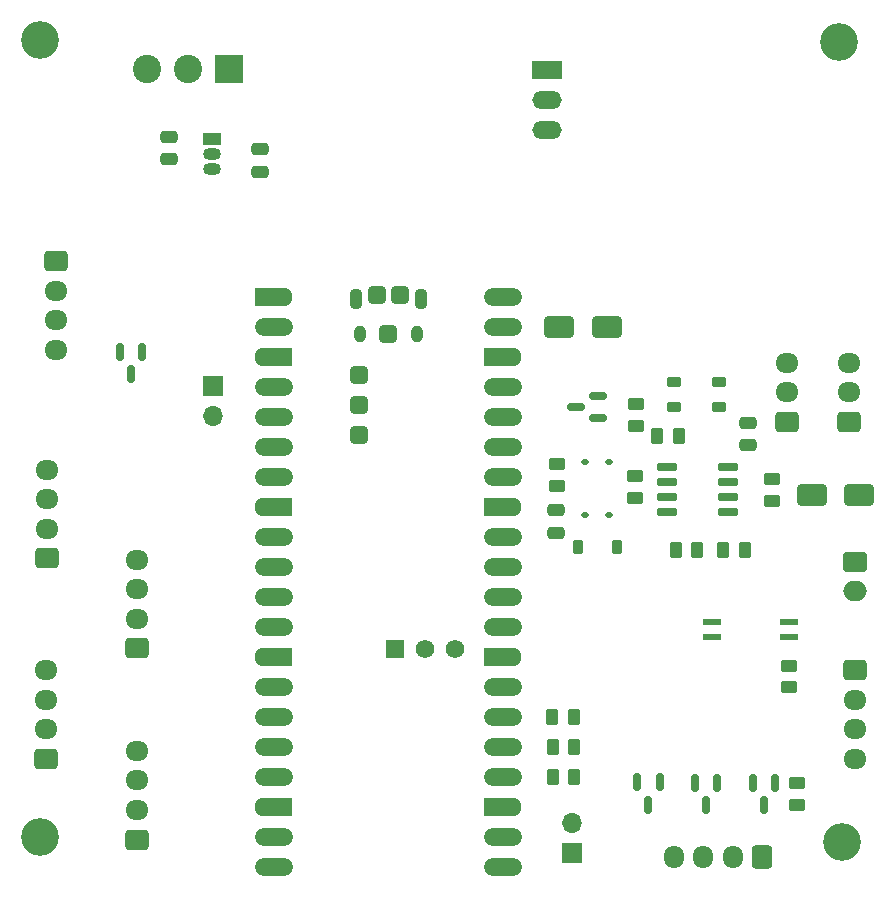
<source format=gbr>
%TF.GenerationSoftware,KiCad,Pcbnew,7.0.9*%
%TF.CreationDate,2023-12-26T12:13:05+08:00*%
%TF.ProjectId,amp_controller,616d705f-636f-46e7-9472-6f6c6c65722e,rev?*%
%TF.SameCoordinates,Original*%
%TF.FileFunction,Soldermask,Top*%
%TF.FilePolarity,Negative*%
%FSLAX46Y46*%
G04 Gerber Fmt 4.6, Leading zero omitted, Abs format (unit mm)*
G04 Created by KiCad (PCBNEW 7.0.9) date 2023-12-26 12:13:05*
%MOMM*%
%LPD*%
G01*
G04 APERTURE LIST*
G04 Aperture macros list*
%AMRoundRect*
0 Rectangle with rounded corners*
0 $1 Rounding radius*
0 $2 $3 $4 $5 $6 $7 $8 $9 X,Y pos of 4 corners*
0 Add a 4 corners polygon primitive as box body*
4,1,4,$2,$3,$4,$5,$6,$7,$8,$9,$2,$3,0*
0 Add four circle primitives for the rounded corners*
1,1,$1+$1,$2,$3*
1,1,$1+$1,$4,$5*
1,1,$1+$1,$6,$7*
1,1,$1+$1,$8,$9*
0 Add four rect primitives between the rounded corners*
20,1,$1+$1,$2,$3,$4,$5,0*
20,1,$1+$1,$4,$5,$6,$7,0*
20,1,$1+$1,$6,$7,$8,$9,0*
20,1,$1+$1,$8,$9,$2,$3,0*%
%AMFreePoly0*
4,1,28,0.178017,0.779942,0.347107,0.720775,0.498792,0.625465,0.625465,0.498792,0.720775,0.347107,0.779942,0.178017,0.800000,0.000000,0.779942,-0.178017,0.720775,-0.347107,0.625465,-0.498792,0.498792,-0.625465,0.347107,-0.720775,0.178017,-0.779942,0.000000,-0.800000,-2.200000,-0.800000,-2.205014,-0.794986,-2.244504,-0.794986,-2.324698,-0.756366,-2.380194,-0.686777,-2.400000,-0.600000,
-2.400000,0.600000,-2.380194,0.686777,-2.324698,0.756366,-2.244504,0.794986,-2.205014,0.794986,-2.200000,0.800000,0.000000,0.800000,0.178017,0.779942,0.178017,0.779942,$1*%
%AMFreePoly1*
4,1,29,0.605014,0.794986,0.644504,0.794986,0.724698,0.756366,0.780194,0.686777,0.800000,0.600000,0.800000,-0.600000,0.780194,-0.686777,0.724698,-0.756366,0.644504,-0.794986,0.605014,-0.794986,0.600000,-0.800000,0.000000,-0.800000,-1.600000,-0.800000,-1.778017,-0.779942,-1.947107,-0.720775,-2.098792,-0.625465,-2.225465,-0.498792,-2.320775,-0.347107,-2.379942,-0.178017,-2.400000,0.000000,
-2.379942,0.178017,-2.320775,0.347107,-2.225465,0.498792,-2.098792,0.625465,-1.947107,0.720775,-1.778017,0.779942,-1.600000,0.800000,0.600000,0.800000,0.605014,0.794986,0.605014,0.794986,$1*%
%AMFreePoly2*
4,1,29,1.778017,0.779942,1.947107,0.720775,2.098792,0.625465,2.225465,0.498792,2.320775,0.347107,2.379942,0.178017,2.400000,0.000000,2.379942,-0.178017,2.320775,-0.347107,2.225465,-0.498792,2.098792,-0.625465,1.947107,-0.720775,1.778017,-0.779942,1.600000,-0.800000,0.000000,-0.800000,-0.600000,-0.800000,-0.605014,-0.794986,-0.644504,-0.794986,-0.724698,-0.756366,-0.780194,-0.686777,
-0.800000,-0.600000,-0.800000,0.600000,-0.780194,0.686777,-0.724698,0.756366,-0.644504,0.794986,-0.605014,0.794986,-0.600000,0.800000,1.600000,0.800000,1.778017,0.779942,1.778017,0.779942,$1*%
G04 Aperture macros list end*
%ADD10R,2.500000X1.500000*%
%ADD11O,2.500000X1.500000*%
%ADD12RoundRect,0.225000X0.225000X0.375000X-0.225000X0.375000X-0.225000X-0.375000X0.225000X-0.375000X0*%
%ADD13RoundRect,0.250000X0.600000X0.725000X-0.600000X0.725000X-0.600000X-0.725000X0.600000X-0.725000X0*%
%ADD14O,1.700000X1.950000*%
%ADD15RoundRect,0.250000X0.725000X-0.600000X0.725000X0.600000X-0.725000X0.600000X-0.725000X-0.600000X0*%
%ADD16O,1.950000X1.700000*%
%ADD17RoundRect,0.250000X0.450000X-0.262500X0.450000X0.262500X-0.450000X0.262500X-0.450000X-0.262500X0*%
%ADD18RoundRect,0.250000X-0.475000X0.250000X-0.475000X-0.250000X0.475000X-0.250000X0.475000X0.250000X0*%
%ADD19RoundRect,0.250000X-0.262500X-0.450000X0.262500X-0.450000X0.262500X0.450000X-0.262500X0.450000X0*%
%ADD20RoundRect,0.250000X-0.450000X0.262500X-0.450000X-0.262500X0.450000X-0.262500X0.450000X0.262500X0*%
%ADD21RoundRect,0.250000X0.262500X0.450000X-0.262500X0.450000X-0.262500X-0.450000X0.262500X-0.450000X0*%
%ADD22RoundRect,0.250000X-1.000000X-0.650000X1.000000X-0.650000X1.000000X0.650000X-1.000000X0.650000X0*%
%ADD23RoundRect,0.150000X-0.150000X0.587500X-0.150000X-0.587500X0.150000X-0.587500X0.150000X0.587500X0*%
%ADD24RoundRect,0.112500X-0.187500X-0.112500X0.187500X-0.112500X0.187500X0.112500X-0.187500X0.112500X0*%
%ADD25RoundRect,0.250000X-0.750000X0.600000X-0.750000X-0.600000X0.750000X-0.600000X0.750000X0.600000X0*%
%ADD26O,2.000000X1.700000*%
%ADD27RoundRect,0.218750X-0.381250X0.218750X-0.381250X-0.218750X0.381250X-0.218750X0.381250X0.218750X0*%
%ADD28C,3.200000*%
%ADD29RoundRect,0.150000X0.725000X0.150000X-0.725000X0.150000X-0.725000X-0.150000X0.725000X-0.150000X0*%
%ADD30RoundRect,0.112500X0.187500X0.112500X-0.187500X0.112500X-0.187500X-0.112500X0.187500X-0.112500X0*%
%ADD31RoundRect,0.150000X0.587500X0.150000X-0.587500X0.150000X-0.587500X-0.150000X0.587500X-0.150000X0*%
%ADD32R,2.400000X2.400000*%
%ADD33C,2.400000*%
%ADD34R,1.700000X1.700000*%
%ADD35O,1.700000X1.700000*%
%ADD36RoundRect,0.137500X0.662500X0.137500X-0.662500X0.137500X-0.662500X-0.137500X0.662500X-0.137500X0*%
%ADD37RoundRect,0.250000X-0.725000X0.600000X-0.725000X-0.600000X0.725000X-0.600000X0.725000X0.600000X0*%
%ADD38R,1.500000X1.050000*%
%ADD39O,1.500000X1.050000*%
%ADD40O,1.100000X1.800000*%
%ADD41O,1.050000X1.450000*%
%ADD42FreePoly0,0.000000*%
%ADD43RoundRect,0.800000X-0.800000X0.000000X0.800000X0.000000X0.800000X0.000000X-0.800000X0.000000X0*%
%ADD44FreePoly1,0.000000*%
%ADD45FreePoly2,0.000000*%
%ADD46RoundRect,0.200000X-0.587400X-0.587400X0.587400X-0.587400X0.587400X0.587400X-0.587400X0.587400X0*%
%ADD47C,1.574800*%
%ADD48RoundRect,0.300000X-0.450000X-0.450000X0.450000X-0.450000X0.450000X0.450000X-0.450000X0.450000X0*%
%ADD49RoundRect,0.250000X1.000000X0.650000X-1.000000X0.650000X-1.000000X-0.650000X1.000000X-0.650000X0*%
G04 APERTURE END LIST*
D10*
%TO.C,U2*%
X146497597Y-56239255D03*
D11*
X146497597Y-58779255D03*
X146497597Y-61319255D03*
%TD*%
D12*
%TO.C,D5*%
X152420217Y-96565867D03*
X149120217Y-96565867D03*
%TD*%
D13*
%TO.C,FP_LED1*%
X164722047Y-122806760D03*
D14*
X162222047Y-122806760D03*
X159722047Y-122806760D03*
X157222047Y-122806760D03*
%TD*%
D15*
%TO.C,AMP2*%
X104103296Y-114546777D03*
D16*
X104103296Y-112046777D03*
X104103296Y-109546777D03*
X104103296Y-107046777D03*
%TD*%
D17*
%TO.C,R12*%
X167008275Y-108481106D03*
X167008275Y-106656106D03*
%TD*%
D18*
%TO.C,C1*%
X114508211Y-61879728D03*
X114508211Y-63779728D03*
%TD*%
D19*
%TO.C,R2*%
X146977001Y-116051415D03*
X148802001Y-116051415D03*
%TD*%
D20*
%TO.C,R5*%
X167615421Y-116597717D03*
X167615421Y-118422717D03*
%TD*%
D21*
%TO.C,R9*%
X159198992Y-96867389D03*
X157373992Y-96867389D03*
%TD*%
D22*
%TO.C,D1*%
X147542666Y-77957258D03*
X151542666Y-77957258D03*
%TD*%
D19*
%TO.C,R11*%
X155816942Y-87168089D03*
X157641942Y-87168089D03*
%TD*%
D15*
%TO.C,AMP1*%
X111774370Y-121370371D03*
D16*
X111774370Y-118870371D03*
X111774370Y-116370371D03*
X111774370Y-113870371D03*
%TD*%
D23*
%TO.C,U7*%
X112220047Y-80049996D03*
X110320047Y-80049996D03*
X111270047Y-81924996D03*
%TD*%
D24*
%TO.C,D2*%
X149666306Y-93908402D03*
X151766306Y-93908402D03*
%TD*%
D19*
%TO.C,R3*%
X146967447Y-113563338D03*
X148792447Y-113563338D03*
%TD*%
D25*
%TO.C,TRIGGER1*%
X172588655Y-97851212D03*
D26*
X172588655Y-100351212D03*
%TD*%
D27*
%TO.C,FB2*%
X161053164Y-82645755D03*
X161053164Y-84770755D03*
%TD*%
D28*
%TO.C,H3*%
X171197376Y-53815327D03*
%TD*%
D20*
%TO.C,R10*%
X165574615Y-90861975D03*
X165574615Y-92686975D03*
%TD*%
D23*
%TO.C,Q2*%
X160909919Y-116541619D03*
X159009919Y-116541619D03*
X159959919Y-118416619D03*
%TD*%
D28*
%TO.C,H4*%
X171436342Y-121592772D03*
%TD*%
D23*
%TO.C,Q1*%
X156017316Y-116534348D03*
X154117316Y-116534348D03*
X155067316Y-118409348D03*
%TD*%
D29*
%TO.C,U8*%
X161818529Y-93607910D03*
X161818529Y-92337910D03*
X161818529Y-91067910D03*
X161818529Y-89797910D03*
X156668529Y-89797910D03*
X156668529Y-91067910D03*
X156668529Y-92337910D03*
X156668529Y-93607910D03*
%TD*%
D18*
%TO.C,C4*%
X122188601Y-62935483D03*
X122188601Y-64835483D03*
%TD*%
%TO.C,C3*%
X163504788Y-86066391D03*
X163504788Y-87966391D03*
%TD*%
D23*
%TO.C,Q3*%
X165815462Y-116603396D03*
X163915462Y-116603396D03*
X164865462Y-118478396D03*
%TD*%
D30*
%TO.C,D3*%
X151766306Y-89383315D03*
X149666306Y-89383315D03*
%TD*%
D19*
%TO.C,R8*%
X161397036Y-96881965D03*
X163222036Y-96881965D03*
%TD*%
D31*
%TO.C,U4*%
X150797500Y-85707500D03*
X150797500Y-83807500D03*
X148922500Y-84757500D03*
%TD*%
D32*
%TO.C,POWER1*%
X119605020Y-56152903D03*
D33*
X116105020Y-56152903D03*
X112605020Y-56152903D03*
%TD*%
D34*
%TO.C,GPIO16\u002C17*%
X148564694Y-122507219D03*
D35*
X148564694Y-119967219D03*
%TD*%
D18*
%TO.C,C2*%
X147259018Y-93492615D03*
X147259018Y-95392615D03*
%TD*%
D36*
%TO.C,U6*%
X166986039Y-104199970D03*
X166986039Y-102929970D03*
X160486039Y-102929970D03*
X160486039Y-104199970D03*
%TD*%
D15*
%TO.C,MUSIC_IN1*%
X166784304Y-85995563D03*
D16*
X166784304Y-83495563D03*
X166784304Y-80995563D03*
%TD*%
D37*
%TO.C,DISPLAY1*%
X104892442Y-72412621D03*
D16*
X104892442Y-74912621D03*
X104892442Y-77412621D03*
X104892442Y-79912621D03*
%TD*%
D19*
%TO.C,R4*%
X146946796Y-111000570D03*
X148771796Y-111000570D03*
%TD*%
D20*
%TO.C,R7*%
X147306307Y-89610529D03*
X147306307Y-91435529D03*
%TD*%
D38*
%TO.C,U3*%
X118120802Y-62098029D03*
D39*
X118120802Y-63368029D03*
X118120802Y-64638029D03*
%TD*%
D15*
%TO.C,AMP3*%
X111760000Y-105163725D03*
D16*
X111760000Y-102663725D03*
X111760000Y-100163725D03*
X111760000Y-97663725D03*
%TD*%
D40*
%TO.C,U1*%
X130335000Y-75579685D03*
D41*
X130635000Y-78609685D03*
X135485000Y-78609685D03*
D40*
X135785000Y-75579685D03*
D42*
X124170000Y-75449685D03*
D43*
X123370000Y-77989685D03*
D44*
X124170000Y-80529685D03*
D43*
X123370000Y-83069685D03*
X123370000Y-85609685D03*
X123370000Y-88149685D03*
X123370000Y-90689685D03*
D44*
X124170000Y-93229685D03*
D43*
X123370000Y-95769685D03*
X123370000Y-98309685D03*
X123370000Y-100849685D03*
X123370000Y-103389685D03*
D44*
X124170000Y-105929685D03*
D43*
X123370000Y-108469685D03*
X123370000Y-111009685D03*
X123370000Y-113549685D03*
X123370000Y-116089685D03*
D44*
X124170000Y-118629685D03*
D43*
X123370000Y-121169685D03*
X123370000Y-123709685D03*
X142750000Y-123709685D03*
X142750000Y-121169685D03*
D45*
X141950000Y-118629685D03*
D43*
X142750000Y-116089685D03*
X142750000Y-113549685D03*
X142750000Y-111009685D03*
X142750000Y-108469685D03*
D45*
X141950000Y-105929685D03*
D43*
X142750000Y-103389685D03*
X142750000Y-100849685D03*
X142750000Y-98309685D03*
X142750000Y-95769685D03*
D45*
X141950000Y-93229685D03*
D43*
X142750000Y-90689685D03*
X142750000Y-88149685D03*
X142750000Y-85609685D03*
X142750000Y-83069685D03*
D45*
X141950000Y-80529685D03*
D43*
X142750000Y-77989685D03*
X142750000Y-75449685D03*
D46*
X133644100Y-105279685D03*
D47*
X136184100Y-105279685D03*
X138724100Y-105279685D03*
D48*
X133060000Y-78579685D03*
X134060000Y-75279685D03*
X132060000Y-75279685D03*
X130560000Y-82079685D03*
X130560000Y-84579685D03*
X130560000Y-87079685D03*
%TD*%
D20*
%TO.C,R1*%
X154019551Y-84535000D03*
X154019551Y-86360000D03*
%TD*%
D28*
%TO.C,H2*%
X103581669Y-121118480D03*
%TD*%
D27*
%TO.C,FB1*%
X157258318Y-82654270D03*
X157258318Y-84779270D03*
%TD*%
D49*
%TO.C,D4*%
X172925417Y-92224648D03*
X168925417Y-92224648D03*
%TD*%
D17*
%TO.C,R6*%
X153928195Y-92424603D03*
X153928195Y-90599603D03*
%TD*%
D15*
%TO.C,MUSIC_THRU1*%
X172038734Y-86015172D03*
D16*
X172038734Y-83515172D03*
X172038734Y-81015172D03*
%TD*%
D34*
%TO.C,GPIO2\u002C3*%
X118214756Y-82976485D03*
D35*
X118214756Y-85516485D03*
%TD*%
D37*
%TO.C,FP_BUTTON1*%
X172583225Y-107027622D03*
D16*
X172583225Y-109527622D03*
X172583225Y-112027622D03*
X172583225Y-114527622D03*
%TD*%
D28*
%TO.C,H1*%
X103581669Y-53711142D03*
%TD*%
D15*
%TO.C,AMP4*%
X104140000Y-97543725D03*
D16*
X104140000Y-95043725D03*
X104140000Y-92543725D03*
X104140000Y-90043725D03*
%TD*%
M02*

</source>
